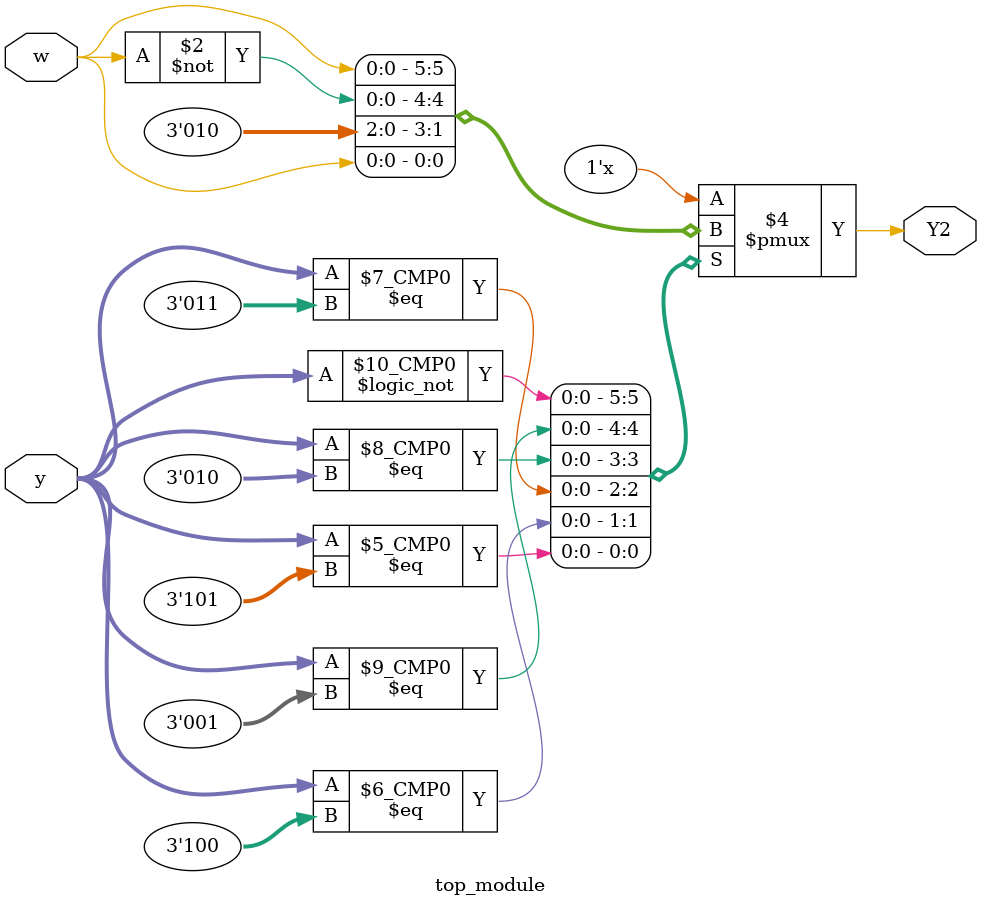
<source format=sv>
module top_module(
    input [3:1] y,
    input w,
    output reg Y2
);

always @(*) begin
    case (y)
        3'b000: Y2 = w;  // State A
        3'b001: Y2 = ~w; // State B
        3'b010: Y2 = 1'b0; // State C
        3'b011: Y2 = 1'b1; // State D
        3'b100: Y2 = 1'b0; // State E
        3'b101: Y2 = w;   // State F
        default: Y2 = 1'bx; // Invalid state
    endcase
end

endmodule

</source>
